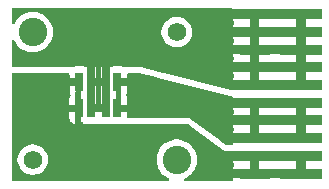
<source format=gbr>
%TF.GenerationSoftware,KiCad,Pcbnew,9.0.0*%
%TF.CreationDate,2025-04-02T01:46:26-07:00*%
%TF.ProjectId,LEDBoardUnhaunted,4c454442-6f61-4726-9455-6e6861756e74,rev?*%
%TF.SameCoordinates,Original*%
%TF.FileFunction,Copper,L1,Top*%
%TF.FilePolarity,Positive*%
%FSLAX46Y46*%
G04 Gerber Fmt 4.6, Leading zero omitted, Abs format (unit mm)*
G04 Created by KiCad (PCBNEW 9.0.0) date 2025-04-02 01:46:26*
%MOMM*%
%LPD*%
G01*
G04 APERTURE LIST*
%TA.AperFunction,WasherPad*%
%ADD10C,1.574800*%
%TD*%
%TA.AperFunction,SMDPad,CuDef*%
%ADD11R,0.650000X1.600000*%
%TD*%
%TA.AperFunction,WasherPad*%
%ADD12C,2.413000*%
%TD*%
%TA.AperFunction,SMDPad,CuDef*%
%ADD13R,2.641600X0.838200*%
%TD*%
%TA.AperFunction,SMDPad,CuDef*%
%ADD14R,3.556000X0.838200*%
%TD*%
%TA.AperFunction,Conductor*%
%ADD15C,0.635000*%
%TD*%
%TA.AperFunction,Conductor*%
%ADD16C,0.381000*%
%TD*%
G04 APERTURE END LIST*
D10*
%TO.P,H4,*%
%TO.N,*%
X126288800Y-104267000D03*
%TD*%
D11*
%TO.P,D3,1,K*%
%TO.N,Net-(D1-K)*%
X131193600Y-97675700D03*
%TO.P,D3,2,A*%
%TO.N,Net-(D3-A)*%
X130243600Y-97675700D03*
%TD*%
D12*
%TO.P,H1,*%
%TO.N,*%
X126288800Y-93472000D03*
%TD*%
D11*
%TO.P,D1,1,K*%
%TO.N,Net-(D1-K)*%
X132511800Y-99936300D03*
%TO.P,D1,2,A*%
%TO.N,Net-(D1-A)*%
X133461800Y-99936300D03*
%TD*%
D10*
%TO.P,H3,*%
%TO.N,*%
X138480800Y-93472000D03*
%TD*%
D12*
%TO.P,H2,*%
%TO.N,*%
X138480800Y-104267000D03*
%TD*%
D11*
%TO.P,D4,1,K*%
%TO.N,Net-(D1-K)*%
X131186000Y-99936300D03*
%TO.P,D4,2,A*%
%TO.N,Net-(D3-A)*%
X130236000Y-99936300D03*
%TD*%
D13*
%TO.P,J1,1_1,1_1*%
%TO.N,Net-(D3-A)*%
X145071000Y-105443800D03*
D14*
%TO.P,J1,1_2,1_2*%
X148971000Y-105443800D03*
D13*
%TO.P,J1,2_1,2_1*%
X145071000Y-103943801D03*
D14*
%TO.P,J1,2_2,2_2*%
X148971000Y-103943801D03*
D13*
%TO.P,J1,3_1,3_1*%
%TO.N,Net-(D1-A)*%
X145071000Y-102443801D03*
D14*
%TO.P,J1,3_2,3_2*%
X148971000Y-102443801D03*
D13*
%TO.P,J1,4_1,4_1*%
X145071000Y-100943802D03*
D14*
%TO.P,J1,4_2,4_2*%
X148971000Y-100943802D03*
D13*
%TO.P,J1,5_1,5_1*%
X145071000Y-99443802D03*
D14*
%TO.P,J1,5_2,5_2*%
X148971000Y-99443802D03*
D13*
%TO.P,J1,6_1,6_1*%
%TO.N,Net-(D1-K)*%
X145071000Y-97943803D03*
D14*
%TO.P,J1,6_2,6_2*%
X148971000Y-97943803D03*
D13*
%TO.P,J1,7_1,7_1*%
X145071000Y-96443800D03*
D14*
%TO.P,J1,7_2,7_2*%
X148971000Y-96443800D03*
D13*
%TO.P,J1,8_1,8_1*%
X145071000Y-94943801D03*
D14*
%TO.P,J1,8_2,8_2*%
X148971000Y-94943801D03*
D13*
%TO.P,J1,9_1,9_1*%
X145071000Y-93443801D03*
D14*
%TO.P,J1,9_2,9_2*%
X148971000Y-93443801D03*
D13*
%TO.P,J1,10_1,10_1*%
X145071000Y-91943802D03*
D14*
%TO.P,J1,10_2,10_2*%
X148971000Y-91943802D03*
%TD*%
D11*
%TO.P,D2,1,K*%
%TO.N,Net-(D1-K)*%
X132501600Y-97675700D03*
%TO.P,D2,2,A*%
%TO.N,Net-(D1-A)*%
X133451600Y-97675700D03*
%TD*%
D15*
%TO.N,Net-(D1-K)*%
X131193600Y-99928700D02*
X131186000Y-99936300D01*
X132501600Y-97675700D02*
X132501600Y-99926100D01*
X131193600Y-97675700D02*
X131193600Y-96027300D01*
D16*
X131851400Y-99936300D02*
X131851400Y-97675700D01*
D15*
X132501600Y-97675700D02*
X132501600Y-96060300D01*
X131193600Y-97675700D02*
X131851400Y-97675700D01*
X131186000Y-99936300D02*
X131851400Y-99936300D01*
X132501600Y-96060300D02*
X132511800Y-96050100D01*
D16*
X131851400Y-97675700D02*
X131851400Y-95973900D01*
D15*
X131193600Y-96027300D02*
X131191000Y-96024700D01*
X131193600Y-97675700D02*
X131193600Y-99928700D01*
X131851400Y-97675700D02*
X132501600Y-97675700D01*
X131851400Y-99936300D02*
X132511800Y-99936300D01*
X132501600Y-99926100D02*
X132511800Y-99936300D01*
%TD*%
%TA.AperFunction,Conductor*%
%TO.N,Net-(D3-A)*%
G36*
X129353639Y-96956285D02*
G01*
X129399394Y-97009089D01*
X129410600Y-97060600D01*
X129410600Y-97350700D01*
X130119600Y-97350700D01*
X130186639Y-97370385D01*
X130232394Y-97423189D01*
X130243600Y-97474700D01*
X130243600Y-97675700D01*
X130244100Y-97675700D01*
X130311139Y-97695385D01*
X130356894Y-97748189D01*
X130368100Y-97799700D01*
X130368100Y-98523570D01*
X130368101Y-98523576D01*
X130374890Y-98586729D01*
X130374377Y-98589568D01*
X130375600Y-98599982D01*
X130375600Y-98983142D01*
X130367783Y-99026472D01*
X130366909Y-99028815D01*
X130366908Y-99028816D01*
X130360576Y-99087718D01*
X130360500Y-99088427D01*
X130360500Y-99611300D01*
X130360501Y-99936300D01*
X130360501Y-100784176D01*
X130366908Y-100843783D01*
X130417202Y-100978628D01*
X130417203Y-100978629D01*
X130417204Y-100978631D01*
X130503454Y-101093846D01*
X130511308Y-101099725D01*
X130553180Y-101155656D01*
X130556000Y-101171284D01*
X130556000Y-101231700D01*
X130561000Y-101231714D01*
X130561000Y-101244300D01*
X130609580Y-101244300D01*
X130609581Y-101244299D01*
X130670100Y-101237793D01*
X130672954Y-101237119D01*
X130673053Y-101237056D01*
X130673470Y-101236997D01*
X130677643Y-101236011D01*
X130677734Y-101236396D01*
X130707996Y-101232131D01*
X130764940Y-101232293D01*
X130777803Y-101233002D01*
X130813127Y-101236800D01*
X131558872Y-101236799D01*
X131572498Y-101235334D01*
X131586049Y-101234626D01*
X132133162Y-101236180D01*
X132138927Y-101236800D01*
X132351217Y-101236799D01*
X139377076Y-101256759D01*
X139444058Y-101276633D01*
X139450607Y-101281174D01*
X140173419Y-101817454D01*
X142365920Y-103444150D01*
X142379702Y-103454021D01*
X142385948Y-103458339D01*
X142400092Y-103467768D01*
X142400096Y-103467770D01*
X142530964Y-103527536D01*
X142530968Y-103527537D01*
X142530970Y-103527538D01*
X142592225Y-103545524D01*
X142734640Y-103566000D01*
X142734643Y-103566000D01*
X143132085Y-103566000D01*
X143132086Y-103566000D01*
X143132087Y-103565999D01*
X143132098Y-103565999D01*
X143207157Y-103555889D01*
X143265822Y-103547988D01*
X143323634Y-103532128D01*
X143323650Y-103532120D01*
X143325211Y-103531579D01*
X143326306Y-103531393D01*
X143327637Y-103531029D01*
X143327673Y-103531163D01*
X143365936Y-103524701D01*
X148847000Y-103524701D01*
X148914039Y-103544386D01*
X148959794Y-103597190D01*
X148971000Y-103648701D01*
X148971000Y-103943801D01*
X149266100Y-103943801D01*
X149333139Y-103963486D01*
X149378894Y-104016290D01*
X149390100Y-104067801D01*
X149390100Y-105319800D01*
X149370415Y-105386839D01*
X149317611Y-105432594D01*
X149266100Y-105443800D01*
X148971000Y-105443800D01*
X148971000Y-105738900D01*
X148951315Y-105805939D01*
X148898511Y-105851694D01*
X148847000Y-105862900D01*
X143242200Y-105862900D01*
X143242200Y-105911487D01*
X143242604Y-105915240D01*
X143230201Y-105984000D01*
X143182593Y-106035139D01*
X143119315Y-106052500D01*
X139254219Y-106052500D01*
X139187180Y-106032815D01*
X139141425Y-105980011D01*
X139131481Y-105910853D01*
X139160506Y-105847297D01*
X139206767Y-105813939D01*
X139237398Y-105801251D01*
X139237399Y-105801249D01*
X139237407Y-105801247D01*
X139431193Y-105689364D01*
X139608718Y-105553145D01*
X139766945Y-105394918D01*
X139903164Y-105217393D01*
X140015047Y-105023607D01*
X140100678Y-104816875D01*
X140158593Y-104600734D01*
X140183508Y-104411482D01*
X143242200Y-104411482D01*
X143248706Y-104471998D01*
X143299753Y-104608862D01*
X143299754Y-104608863D01*
X143307708Y-104619488D01*
X143332126Y-104684952D01*
X143317275Y-104753225D01*
X143307712Y-104768107D01*
X143299753Y-104778739D01*
X143248706Y-104915602D01*
X143242200Y-104976118D01*
X143242200Y-105024700D01*
X144651900Y-105024700D01*
X145490100Y-105024700D01*
X148551900Y-105024700D01*
X148551900Y-104362901D01*
X145490100Y-104362901D01*
X145490100Y-105024700D01*
X144651900Y-105024700D01*
X144651900Y-104362901D01*
X143242200Y-104362901D01*
X143242200Y-104411482D01*
X140183508Y-104411482D01*
X140187800Y-104378883D01*
X140187800Y-104155117D01*
X140158593Y-103933266D01*
X140100678Y-103717125D01*
X140015047Y-103510393D01*
X139903164Y-103316607D01*
X139787210Y-103165492D01*
X139766946Y-103139083D01*
X139766940Y-103139076D01*
X139608723Y-102980859D01*
X139608716Y-102980853D01*
X139431201Y-102844642D01*
X139431199Y-102844641D01*
X139431193Y-102844636D01*
X139237407Y-102732753D01*
X139237403Y-102732751D01*
X139030679Y-102647123D01*
X138814530Y-102589206D01*
X138592693Y-102560001D01*
X138592688Y-102560000D01*
X138592683Y-102560000D01*
X138368917Y-102560000D01*
X138368911Y-102560000D01*
X138368906Y-102560001D01*
X138147069Y-102589206D01*
X137930920Y-102647123D01*
X137724196Y-102732751D01*
X137724192Y-102732753D01*
X137530407Y-102844636D01*
X137530398Y-102844642D01*
X137352883Y-102980853D01*
X137352876Y-102980859D01*
X137194659Y-103139076D01*
X137194653Y-103139083D01*
X137058442Y-103316598D01*
X137058436Y-103316607D01*
X136946553Y-103510392D01*
X136946551Y-103510396D01*
X136860923Y-103717120D01*
X136803006Y-103933269D01*
X136773801Y-104155106D01*
X136773800Y-104155123D01*
X136773800Y-104378876D01*
X136773801Y-104378893D01*
X136803006Y-104600730D01*
X136860923Y-104816879D01*
X136912754Y-104942009D01*
X136946553Y-105023607D01*
X137058436Y-105217393D01*
X137058441Y-105217399D01*
X137058442Y-105217401D01*
X137194653Y-105394916D01*
X137194659Y-105394923D01*
X137352876Y-105553140D01*
X137352882Y-105553145D01*
X137530407Y-105689364D01*
X137724193Y-105801247D01*
X137724196Y-105801248D01*
X137724201Y-105801251D01*
X137754833Y-105813939D01*
X137809237Y-105857779D01*
X137831302Y-105924073D01*
X137814023Y-105991773D01*
X137762886Y-106039384D01*
X137707381Y-106052500D01*
X124627300Y-106052500D01*
X124560261Y-106032815D01*
X124514506Y-105980011D01*
X124503300Y-105928500D01*
X124503300Y-104165640D01*
X125000900Y-104165640D01*
X125000900Y-104368360D01*
X125032613Y-104568584D01*
X125095257Y-104761382D01*
X125173836Y-104915602D01*
X125187292Y-104942009D01*
X125306439Y-105106004D01*
X125449795Y-105249360D01*
X125603256Y-105360854D01*
X125613794Y-105368510D01*
X125794418Y-105460543D01*
X125987216Y-105523187D01*
X126187440Y-105554900D01*
X126187441Y-105554900D01*
X126390159Y-105554900D01*
X126390160Y-105554900D01*
X126590384Y-105523187D01*
X126783182Y-105460543D01*
X126963806Y-105368510D01*
X127055885Y-105301610D01*
X127127804Y-105249360D01*
X127127806Y-105249357D01*
X127127810Y-105249355D01*
X127271155Y-105106010D01*
X127271157Y-105106006D01*
X127271160Y-105106004D01*
X127365526Y-104976118D01*
X127390310Y-104942006D01*
X127482343Y-104761382D01*
X127544987Y-104568584D01*
X127576700Y-104368360D01*
X127576700Y-104165640D01*
X127544987Y-103965416D01*
X127482343Y-103772618D01*
X127390310Y-103591994D01*
X127382654Y-103581456D01*
X127271160Y-103427995D01*
X127127804Y-103284639D01*
X126963809Y-103165492D01*
X126963808Y-103165491D01*
X126963806Y-103165490D01*
X126783182Y-103073457D01*
X126590384Y-103010813D01*
X126590382Y-103010812D01*
X126590380Y-103010812D01*
X126450582Y-102988670D01*
X126390160Y-102979100D01*
X126187440Y-102979100D01*
X126141024Y-102986451D01*
X125987219Y-103010812D01*
X125794415Y-103073458D01*
X125613790Y-103165492D01*
X125449795Y-103284639D01*
X125306439Y-103427995D01*
X125187292Y-103591990D01*
X125095258Y-103772615D01*
X125032612Y-103965419D01*
X125024555Y-104016290D01*
X125000900Y-104165640D01*
X124503300Y-104165640D01*
X124503300Y-100784881D01*
X129403000Y-100784881D01*
X129409506Y-100845397D01*
X129460553Y-100982261D01*
X129548096Y-101099203D01*
X129665038Y-101186745D01*
X129665038Y-101186746D01*
X129801902Y-101237793D01*
X129862418Y-101244299D01*
X129862420Y-101244300D01*
X129911000Y-101244300D01*
X129911000Y-100261300D01*
X129403000Y-100261300D01*
X129403000Y-100784881D01*
X124503300Y-100784881D01*
X124503300Y-99087718D01*
X129403000Y-99087718D01*
X129403000Y-99611300D01*
X129911000Y-99611300D01*
X129911000Y-98557262D01*
X129916908Y-98537140D01*
X129917997Y-98516198D01*
X129918600Y-98515358D01*
X129918600Y-98000700D01*
X129410600Y-98000700D01*
X129410600Y-98524281D01*
X129417106Y-98584797D01*
X129468153Y-98721661D01*
X129468154Y-98721663D01*
X129471858Y-98726610D01*
X129496277Y-98792074D01*
X129481427Y-98860347D01*
X129471863Y-98875229D01*
X129460555Y-98890335D01*
X129460553Y-98890338D01*
X129409506Y-99027202D01*
X129403000Y-99087718D01*
X124503300Y-99087718D01*
X124503300Y-97060600D01*
X124522985Y-96993561D01*
X124575789Y-96947806D01*
X124627300Y-96936600D01*
X129286600Y-96936600D01*
X129353639Y-96956285D01*
G37*
%TD.AperFunction*%
%TD*%
%TA.AperFunction,Conductor*%
%TO.N,Net-(D1-A)*%
G36*
X135301198Y-96939579D02*
G01*
X136713016Y-97269921D01*
X136715430Y-97270515D01*
X137221805Y-97400992D01*
X142993949Y-98888292D01*
X142993953Y-98888292D01*
X142993962Y-98888295D01*
X143110488Y-98904193D01*
X143131052Y-98904583D01*
X143191952Y-98923729D01*
X143232836Y-98972761D01*
X143242200Y-99017863D01*
X143242200Y-99024702D01*
X148857700Y-99024702D01*
X148918955Y-99042688D01*
X148960761Y-99090935D01*
X148971000Y-99138002D01*
X148971000Y-99443802D01*
X149276800Y-99443802D01*
X149338055Y-99461788D01*
X149379861Y-99510035D01*
X149390100Y-99557102D01*
X149390100Y-102330501D01*
X149372114Y-102391756D01*
X149323867Y-102433562D01*
X149276800Y-102443801D01*
X148971000Y-102443801D01*
X148971000Y-102749601D01*
X148953014Y-102810856D01*
X148904767Y-102852662D01*
X148857700Y-102862901D01*
X143242200Y-102862901D01*
X143242200Y-102911489D01*
X143244737Y-102935090D01*
X143233401Y-102997917D01*
X143189898Y-103044640D01*
X143132086Y-103060500D01*
X142734640Y-103060500D01*
X142673385Y-103042514D01*
X142667131Y-103038191D01*
X142417070Y-102852662D01*
X141852197Y-102433562D01*
X140474620Y-101411488D01*
X143242200Y-101411488D01*
X143248705Y-101471995D01*
X143299754Y-101608865D01*
X143312509Y-101625904D01*
X143334818Y-101685719D01*
X143321248Y-101748101D01*
X143312510Y-101761696D01*
X143299756Y-101778734D01*
X143299755Y-101778736D01*
X143248705Y-101915607D01*
X143242200Y-101976114D01*
X143242200Y-102024701D01*
X144651900Y-102024701D01*
X145490100Y-102024701D01*
X148551900Y-102024701D01*
X148551900Y-101362902D01*
X145490100Y-101362902D01*
X145490100Y-102024701D01*
X144651900Y-102024701D01*
X144651900Y-101362902D01*
X143242200Y-101362902D01*
X143242200Y-101411488D01*
X140474620Y-101411488D01*
X140468521Y-101406963D01*
X139547602Y-100723700D01*
X139547600Y-100723700D01*
X134408100Y-100723700D01*
X134346845Y-100705714D01*
X134305039Y-100657467D01*
X134294800Y-100610400D01*
X134294800Y-100261300D01*
X133575100Y-100261300D01*
X133513845Y-100243314D01*
X133472039Y-100195067D01*
X133461800Y-100148000D01*
X133461800Y-99936300D01*
X133450599Y-99936300D01*
X133442662Y-99933969D01*
X133434475Y-99935147D01*
X133412512Y-99925116D01*
X133389344Y-99918314D01*
X133383926Y-99912061D01*
X133382671Y-99911488D01*
X143242200Y-99911488D01*
X143248705Y-99971995D01*
X143299753Y-100108862D01*
X143299754Y-100108864D01*
X143312510Y-100125904D01*
X143334820Y-100185720D01*
X143321250Y-100248101D01*
X143312510Y-100261700D01*
X143299754Y-100278739D01*
X143299753Y-100278741D01*
X143248705Y-100415608D01*
X143242200Y-100476115D01*
X143242200Y-100524702D01*
X144651900Y-100524702D01*
X145490100Y-100524702D01*
X148551900Y-100524702D01*
X148551900Y-99862902D01*
X145490100Y-99862902D01*
X145490100Y-100524702D01*
X144651900Y-100524702D01*
X144651900Y-99862902D01*
X143242200Y-99862902D01*
X143242200Y-99911488D01*
X133382671Y-99911488D01*
X133376403Y-99908626D01*
X133363349Y-99888314D01*
X133347538Y-99870067D01*
X133345447Y-99860459D01*
X133341888Y-99854920D01*
X133337299Y-99823000D01*
X133337299Y-99088431D01*
X133332382Y-99042688D01*
X133330891Y-99028817D01*
X133330890Y-99028813D01*
X133326743Y-99017694D01*
X133319600Y-98978101D01*
X133319600Y-98599402D01*
X133320249Y-98587290D01*
X133322524Y-98566130D01*
X133326612Y-98528107D01*
X133776600Y-98528107D01*
X133784211Y-98542046D01*
X133786800Y-98566130D01*
X133786800Y-99611300D01*
X134294800Y-99611300D01*
X134294800Y-99087713D01*
X134288294Y-99027206D01*
X134237246Y-98890339D01*
X134237245Y-98890337D01*
X134219839Y-98867085D01*
X134197529Y-98807270D01*
X134211099Y-98744888D01*
X134219839Y-98731288D01*
X134227046Y-98721659D01*
X134278094Y-98584793D01*
X134284600Y-98524286D01*
X134284600Y-98000700D01*
X133776600Y-98000700D01*
X133776600Y-98528107D01*
X133326612Y-98528107D01*
X133327100Y-98523573D01*
X133327099Y-97788998D01*
X133345085Y-97727745D01*
X133393332Y-97685939D01*
X133440399Y-97675700D01*
X133451600Y-97675700D01*
X133451600Y-97464000D01*
X133469586Y-97402745D01*
X133517833Y-97360939D01*
X133564900Y-97350700D01*
X134284600Y-97350700D01*
X134284600Y-97049900D01*
X134302586Y-96988645D01*
X134350833Y-96946839D01*
X134397900Y-96936600D01*
X135275387Y-96936600D01*
X135301198Y-96939579D01*
G37*
%TD.AperFunction*%
%TD*%
%TA.AperFunction,Conductor*%
%TO.N,Net-(D1-K)*%
G36*
X143185239Y-91452185D02*
G01*
X143230994Y-91504989D01*
X143233359Y-91515861D01*
X143242200Y-91524702D01*
X148847000Y-91524702D01*
X148914039Y-91544387D01*
X148959794Y-91597191D01*
X148971000Y-91648702D01*
X148971000Y-91943802D01*
X149266100Y-91943802D01*
X149333139Y-91963487D01*
X149378894Y-92016291D01*
X149390100Y-92067802D01*
X149390100Y-97819803D01*
X149370415Y-97886842D01*
X149317611Y-97932597D01*
X149266100Y-97943803D01*
X148971000Y-97943803D01*
X148971000Y-98238903D01*
X148951315Y-98305942D01*
X148898511Y-98351697D01*
X148847000Y-98362903D01*
X143242199Y-98362903D01*
X143238714Y-98366388D01*
X143177391Y-98399873D01*
X143120094Y-98398784D01*
X137426080Y-96931616D01*
X137347937Y-96911481D01*
X143242200Y-96911481D01*
X143248706Y-96971997D01*
X143299756Y-97108866D01*
X143307710Y-97119491D01*
X143332127Y-97184955D01*
X143317275Y-97253228D01*
X143307712Y-97268109D01*
X143299755Y-97278738D01*
X143299753Y-97278741D01*
X143248706Y-97415605D01*
X143242200Y-97476121D01*
X143242200Y-97524703D01*
X144651900Y-97524703D01*
X145490100Y-97524703D01*
X148551900Y-97524703D01*
X148551900Y-96862900D01*
X145490100Y-96862900D01*
X145490100Y-97524703D01*
X144651900Y-97524703D01*
X144651900Y-96862900D01*
X143242200Y-96862900D01*
X143242200Y-96911481D01*
X137347937Y-96911481D01*
X135483600Y-96431100D01*
X134039147Y-96431100D01*
X133995814Y-96423282D01*
X133884086Y-96381610D01*
X133884085Y-96381609D01*
X133884083Y-96381609D01*
X133824473Y-96375200D01*
X133824463Y-96375200D01*
X133078729Y-96375200D01*
X133078723Y-96375201D01*
X133019116Y-96381608D01*
X132907386Y-96423282D01*
X132864053Y-96431100D01*
X130831147Y-96431100D01*
X130787814Y-96423282D01*
X130676086Y-96381610D01*
X130676085Y-96381609D01*
X130676083Y-96381609D01*
X130616473Y-96375200D01*
X130616463Y-96375200D01*
X129870729Y-96375200D01*
X129870723Y-96375201D01*
X129811116Y-96381608D01*
X129699386Y-96423282D01*
X129656053Y-96431100D01*
X124627300Y-96431100D01*
X124560261Y-96411415D01*
X124514506Y-96358611D01*
X124503300Y-96307100D01*
X124503300Y-95411482D01*
X143242200Y-95411482D01*
X143248706Y-95471998D01*
X143299753Y-95608862D01*
X143299754Y-95608863D01*
X143307708Y-95619488D01*
X143332126Y-95684952D01*
X143317275Y-95753225D01*
X143307712Y-95768107D01*
X143299753Y-95778739D01*
X143248706Y-95915602D01*
X143242200Y-95976118D01*
X143242200Y-96024700D01*
X144651900Y-96024700D01*
X145490100Y-96024700D01*
X148551900Y-96024700D01*
X148551900Y-95362901D01*
X145490100Y-95362901D01*
X145490100Y-96024700D01*
X144651900Y-96024700D01*
X144651900Y-95362901D01*
X143242200Y-95362901D01*
X143242200Y-95411482D01*
X124503300Y-95411482D01*
X124503300Y-94245419D01*
X124522985Y-94178380D01*
X124575789Y-94132625D01*
X124644947Y-94122681D01*
X124708503Y-94151706D01*
X124741861Y-94197967D01*
X124754548Y-94228598D01*
X124754551Y-94228603D01*
X124754553Y-94228607D01*
X124866436Y-94422393D01*
X124866441Y-94422399D01*
X124866442Y-94422401D01*
X125002653Y-94599916D01*
X125002659Y-94599923D01*
X125160876Y-94758140D01*
X125160882Y-94758145D01*
X125338407Y-94894364D01*
X125532193Y-95006247D01*
X125738925Y-95091878D01*
X125955066Y-95149793D01*
X126176917Y-95179000D01*
X126176924Y-95179000D01*
X126400676Y-95179000D01*
X126400683Y-95179000D01*
X126622534Y-95149793D01*
X126838675Y-95091878D01*
X127045407Y-95006247D01*
X127239193Y-94894364D01*
X127416718Y-94758145D01*
X127574945Y-94599918D01*
X127711164Y-94422393D01*
X127823047Y-94228607D01*
X127908678Y-94021875D01*
X127966593Y-93805734D01*
X127995800Y-93583883D01*
X127995800Y-93370640D01*
X137192900Y-93370640D01*
X137192900Y-93573360D01*
X137224613Y-93773584D01*
X137287257Y-93966382D01*
X137371962Y-94132625D01*
X137379292Y-94147009D01*
X137498439Y-94311004D01*
X137641795Y-94454360D01*
X137795256Y-94565854D01*
X137805794Y-94573510D01*
X137986418Y-94665543D01*
X138179216Y-94728187D01*
X138379440Y-94759900D01*
X138379441Y-94759900D01*
X138582159Y-94759900D01*
X138582160Y-94759900D01*
X138782384Y-94728187D01*
X138975182Y-94665543D01*
X139155806Y-94573510D01*
X139247885Y-94506610D01*
X139319804Y-94454360D01*
X139319806Y-94454357D01*
X139319810Y-94454355D01*
X139463155Y-94311010D01*
X139463157Y-94311006D01*
X139463160Y-94311004D01*
X139545285Y-94197967D01*
X139582310Y-94147006D01*
X139674343Y-93966382D01*
X139692181Y-93911482D01*
X143242200Y-93911482D01*
X143248706Y-93971998D01*
X143299753Y-94108862D01*
X143299755Y-94108866D01*
X143307710Y-94119492D01*
X143332126Y-94184956D01*
X143317274Y-94253229D01*
X143307710Y-94268110D01*
X143299755Y-94278735D01*
X143299753Y-94278739D01*
X143248706Y-94415603D01*
X143242200Y-94476119D01*
X143242200Y-94524701D01*
X144651900Y-94524701D01*
X145490100Y-94524701D01*
X148551900Y-94524701D01*
X148551900Y-93862901D01*
X145490100Y-93862901D01*
X145490100Y-94524701D01*
X144651900Y-94524701D01*
X144651900Y-93862901D01*
X143242200Y-93862901D01*
X143242200Y-93911482D01*
X139692181Y-93911482D01*
X139736987Y-93773584D01*
X139768700Y-93573360D01*
X139768700Y-93370640D01*
X139736987Y-93170416D01*
X139674343Y-92977618D01*
X139582310Y-92796994D01*
X139561323Y-92768108D01*
X139463160Y-92632995D01*
X139319808Y-92489643D01*
X139319803Y-92489639D01*
X139212769Y-92411874D01*
X139212746Y-92411859D01*
X139212228Y-92411483D01*
X143242200Y-92411483D01*
X143248706Y-92471999D01*
X143299753Y-92608863D01*
X143299754Y-92608864D01*
X143307708Y-92619489D01*
X143332126Y-92684953D01*
X143317275Y-92753226D01*
X143307712Y-92768108D01*
X143299753Y-92778740D01*
X143248706Y-92915603D01*
X143242200Y-92976119D01*
X143242200Y-93024701D01*
X144651900Y-93024701D01*
X145490100Y-93024701D01*
X148551900Y-93024701D01*
X148551900Y-92362902D01*
X145490100Y-92362902D01*
X145490100Y-93024701D01*
X144651900Y-93024701D01*
X144651900Y-92362902D01*
X143242200Y-92362902D01*
X143242200Y-92411483D01*
X139212228Y-92411483D01*
X139155805Y-92370489D01*
X138975184Y-92278458D01*
X138975183Y-92278457D01*
X138975182Y-92278457D01*
X138782384Y-92215813D01*
X138782382Y-92215812D01*
X138782380Y-92215812D01*
X138642582Y-92193670D01*
X138582160Y-92184100D01*
X138379440Y-92184100D01*
X138333024Y-92191451D01*
X138179219Y-92215812D01*
X137986415Y-92278458D01*
X137805790Y-92370492D01*
X137641795Y-92489639D01*
X137498439Y-92632995D01*
X137379292Y-92796990D01*
X137287258Y-92977615D01*
X137224612Y-93170419D01*
X137194568Y-93360106D01*
X137192900Y-93370640D01*
X127995800Y-93370640D01*
X127995800Y-93360117D01*
X127966593Y-93138266D01*
X127908678Y-92922125D01*
X127823047Y-92715393D01*
X127711164Y-92521607D01*
X127595210Y-92370492D01*
X127574946Y-92344083D01*
X127574940Y-92344076D01*
X127416723Y-92185859D01*
X127416716Y-92185853D01*
X127239201Y-92049642D01*
X127239199Y-92049641D01*
X127239193Y-92049636D01*
X127045407Y-91937753D01*
X127045403Y-91937751D01*
X126838679Y-91852123D01*
X126622530Y-91794206D01*
X126400693Y-91765001D01*
X126400688Y-91765000D01*
X126400683Y-91765000D01*
X126176917Y-91765000D01*
X126176911Y-91765000D01*
X126176906Y-91765001D01*
X125955069Y-91794206D01*
X125738920Y-91852123D01*
X125532196Y-91937751D01*
X125532192Y-91937753D01*
X125338407Y-92049636D01*
X125338398Y-92049642D01*
X125160883Y-92185853D01*
X125160876Y-92185859D01*
X125002659Y-92344076D01*
X125002653Y-92344083D01*
X124866442Y-92521598D01*
X124866436Y-92521607D01*
X124754553Y-92715392D01*
X124754550Y-92715397D01*
X124741861Y-92746033D01*
X124698020Y-92800437D01*
X124631725Y-92822501D01*
X124564026Y-92805221D01*
X124516416Y-92754084D01*
X124503300Y-92698580D01*
X124503300Y-91556500D01*
X124522985Y-91489461D01*
X124575789Y-91443706D01*
X124627300Y-91432500D01*
X143118200Y-91432500D01*
X143185239Y-91452185D01*
G37*
%TD.AperFunction*%
%TD*%
M02*

</source>
